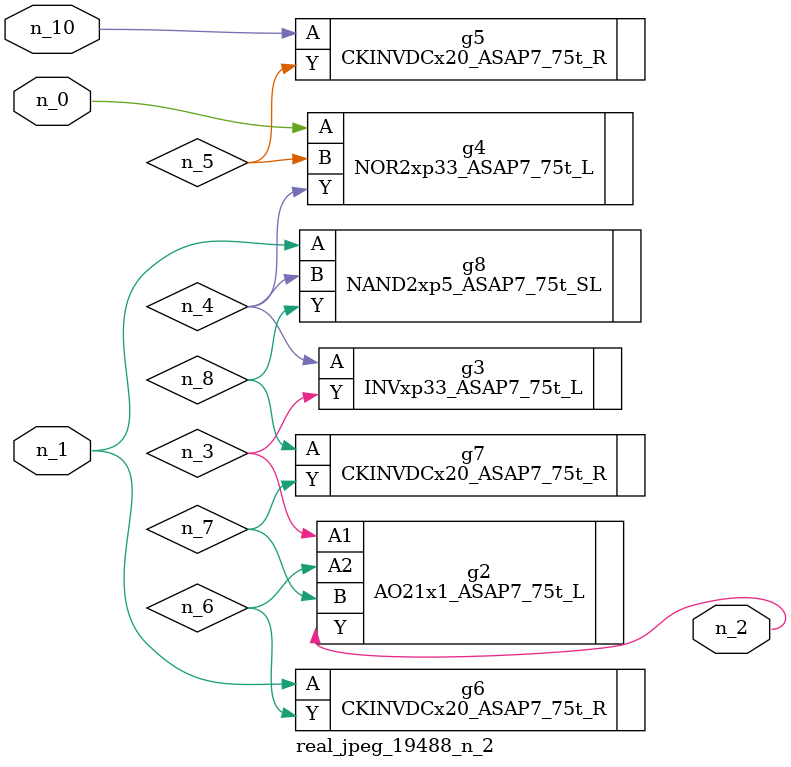
<source format=v>
module real_jpeg_19488_n_2 (n_1, n_10, n_0, n_2);

input n_1;
input n_10;
input n_0;

output n_2;

wire n_5;
wire n_4;
wire n_8;
wire n_6;
wire n_7;
wire n_3;

NOR2xp33_ASAP7_75t_L g4 ( 
.A(n_0),
.B(n_5),
.Y(n_4)
);

CKINVDCx20_ASAP7_75t_R g6 ( 
.A(n_1),
.Y(n_6)
);

NAND2xp5_ASAP7_75t_SL g8 ( 
.A(n_1),
.B(n_4),
.Y(n_8)
);

AO21x1_ASAP7_75t_L g2 ( 
.A1(n_3),
.A2(n_6),
.B(n_7),
.Y(n_2)
);

INVxp33_ASAP7_75t_L g3 ( 
.A(n_4),
.Y(n_3)
);

CKINVDCx20_ASAP7_75t_R g7 ( 
.A(n_8),
.Y(n_7)
);

CKINVDCx20_ASAP7_75t_R g5 ( 
.A(n_10),
.Y(n_5)
);


endmodule
</source>
